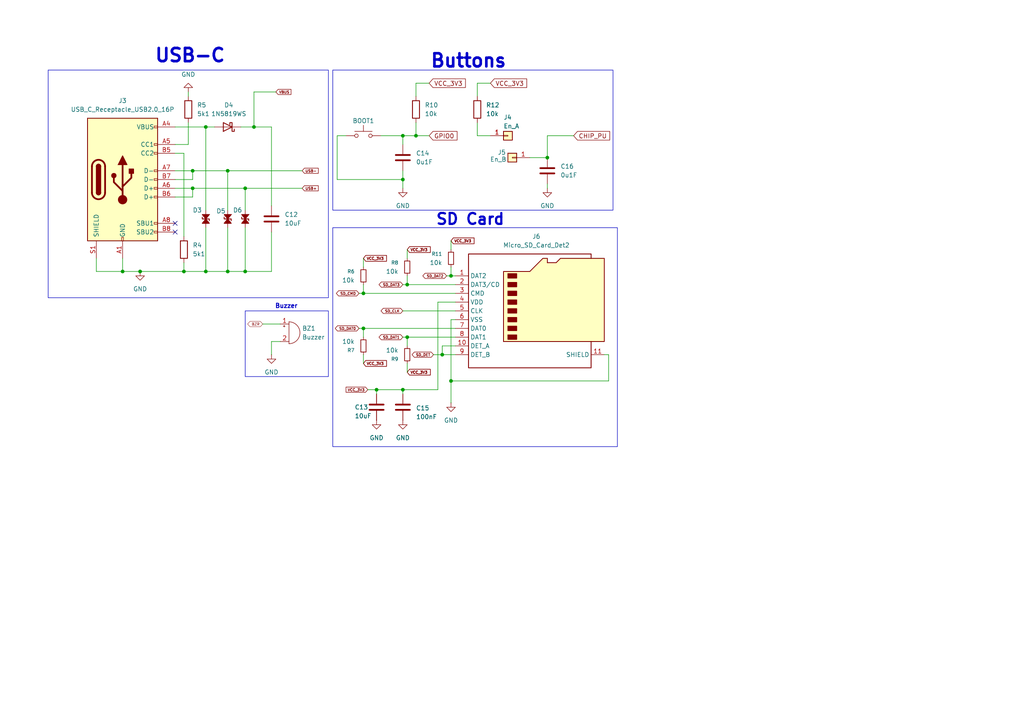
<source format=kicad_sch>
(kicad_sch (version 20250114) (generator "eeschema") (generator_version "9.0")
  (paper "A4")
  (lib_symbols
    (symbol "Connector:Micro_SD_Card_Det2"
      (property "Reference" "J" (at -16.51 17.78 0))
      (property "Value" "Micro_SD_Card_Det2" (at 16.51 17.78 0))
      (symbol "Micro_SD_Card_Det2_0_1"
        (polyline (pts (xy -8.89 -8.89) (xy -8.89 11.43) (xy -1.27 11.43) (xy 2.54 15.24) (xy 3.81 15.24) (xy 3.81 13.97) (xy 6.35 13.97) (xy 7.62 15.24) (xy 20.32 15.24) (xy 20.32 -8.89) (xy -8.89 -8.89)) (stroke (width 0.254)) (fill (type background)))
        (rectangle (start -7.62 10.795) (end -5.08 9.525) (stroke (width 0.254)) (fill (type outline)))
        (rectangle (start -7.62 8.255) (end -5.08 6.985) (stroke (width 0.254)) (fill (type outline)))
        (rectangle (start -7.62 5.715) (end -5.08 4.445) (stroke (width 0.254)) (fill (type outline)))
        (rectangle (start -7.62 3.175) (end -5.08 1.905) (stroke (width 0.254)) (fill (type outline)))
        (rectangle (start -7.62 0.635) (end -5.08 -0.635) (stroke (width 0.254)) (fill (type outline)))
        (rectangle (start -7.62 -1.905) (end -5.08 -3.175) (stroke (width 0.254)) (fill (type outline)))
        (rectangle (start -7.62 -4.445) (end -5.08 -5.715) (stroke (width 0.254)) (fill (type outline)))
        (rectangle (start -7.62 -6.985) (end -5.08 -8.255) (stroke (width 0.254)) (fill (type outline)))
        (polyline (pts (xy 16.51 15.24) (xy 16.51 16.51) (xy -19.05 16.51) (xy -19.05 -16.51) (xy 16.51 -16.51) (xy 16.51 -8.89)) (stroke (width 0.254)))
      )
      (symbol "Micro_SD_Card_Det2_1_1"
        (pin bidirectional line (at -22.86 10.16 0) (length 3.81) (name "DAT2") (number "1"))
        (pin bidirectional line (at -22.86 7.62 0) (length 3.81) (name "DAT3/CD") (number "2"))
        (pin input line (at -22.86 5.08 0) (length 3.81) (name "CMD") (number "3"))
        (pin power_in line (at -22.86 2.54 0) (length 3.81) (name "VDD") (number "4"))
        (pin input line (at -22.86 0 0) (length 3.81) (name "CLK") (number "5"))
        (pin power_in line (at -22.86 -2.54 0) (length 3.81) (name "VSS") (number "6"))
        (pin bidirectional line (at -22.86 -5.08 0) (length 3.81) (name "DAT0") (number "7"))
        (pin bidirectional line (at -22.86 -7.62 0) (length 3.81) (name "DAT1") (number "8"))
        (pin passive line (at -22.86 -10.16 0) (length 3.81) (name "DET_A") (number "10"))
        (pin passive line (at -22.86 -12.7 0) (length 3.81) (name "DET_B") (number "9"))
        (pin passive line (at 20.32 -12.7 180) (length 3.81) (name "SHIELD") (number "11"))
      )
    )
    (symbol "Connector:USB_C_Receptacle_USB2.0_16P" (pin_names (offset 1.016))
      (property "Reference" "J" (at 0 22.225 0))
      (property "Value" "USB_C_Receptacle_USB2.0_16P" (at 0 19.685 0))
      (symbol "USB_C_Receptacle_USB2.0_16P_0_0"
        (rectangle (start -0.254 -17.78) (end 0.254 -16.764))
        (rectangle (start 10.16 15.494) (end 9.144 14.986))
        (rectangle (start 10.16 10.414) (end 9.144 9.906))
        (rectangle (start 10.16 7.874) (end 9.144 7.366))
        (rectangle (start 10.16 2.794) (end 9.144 2.286))
        (rectangle (start 10.16 0.254) (end 9.144 -0.254))
        (rectangle (start 10.16 -2.286) (end 9.144 -2.794))
        (rectangle (start 10.16 -4.826) (end 9.144 -5.334))
        (rectangle (start 10.16 -12.446) (end 9.144 -12.954))
        (rectangle (start 10.16 -14.986) (end 9.144 -15.494))
      )
      (symbol "USB_C_Receptacle_USB2.0_16P_0_1"
        (rectangle (start -10.16 17.78) (end 10.16 -17.78) (stroke (width 0.254)) (fill (type background)))
        (polyline (pts (xy -8.89 -3.81) (xy -8.89 3.81)) (stroke (width 0.508)))
        (rectangle (start -7.62 -3.81) (end -6.35 3.81) (stroke (width 0.254)) (fill (type outline)))
        (arc (start -7.62 3.81) (mid -6.985 4.4423) (end -6.35 3.81) (stroke (width 0.254)))
        (arc (start -7.62 3.81) (mid -6.985 4.4423) (end -6.35 3.81) (stroke (width 0.254)) (fill (type outline)))
        (arc (start -8.89 3.81) (mid -6.985 5.7067) (end -5.08 3.81) (stroke (width 0.508)))
        (arc (start -5.08 -3.81) (mid -6.985 -5.7067) (end -8.89 -3.81) (stroke (width 0.508)))
        (arc (start -6.35 -3.81) (mid -6.985 -4.4423) (end -7.62 -3.81) (stroke (width 0.254)))
        (arc (start -6.35 -3.81) (mid -6.985 -4.4423) (end -7.62 -3.81) (stroke (width 0.254)) (fill (type outline)))
        (polyline (pts (xy -5.08 3.81) (xy -5.08 -3.81)) (stroke (width 0.508)))
        (circle (center -2.54 1.143) (radius 0.635) (stroke (width 0.254)) (fill (type outline)))
        (polyline (pts (xy -1.27 4.318) (xy 0 6.858) (xy 1.27 4.318) (xy -1.27 4.318)) (stroke (width 0.254)) (fill (type outline)))
        (polyline (pts (xy 0 -2.032) (xy 2.54 0.508) (xy 2.54 1.778)) (stroke (width 0.508)))
        (polyline (pts (xy 0 -3.302) (xy -2.54 -0.762) (xy -2.54 0.508)) (stroke (width 0.508)))
        (polyline (pts (xy 0 -5.842) (xy 0 4.318)) (stroke (width 0.508)))
        (circle (center 0 -5.842) (radius 1.27) (fill (type outline)))
        (rectangle (start 1.905 1.778) (end 3.175 3.048) (stroke (width 0.254)) (fill (type outline)))
      )
      (symbol "USB_C_Receptacle_USB2.0_16P_1_1"
        (pin passive line (at -7.62 -22.86 90) (length 5.08) (name "SHIELD") (number "S1"))
        (pin passive line (at 0 -22.86 90) (length 5.08) (name "GND") (number "A1"))
        (pin passive line (at 0 -22.86 90) (length 5.08) (hide yes) (name "GND") (number "A12"))
        (pin passive line (at 0 -22.86 90) (length 5.08) (hide yes) (name "GND") (number "B1"))
        (pin passive line (at 0 -22.86 90) (length 5.08) (hide yes) (name "GND") (number "B12"))
        (pin passive line (at 15.24 15.24 180) (length 5.08) (name "VBUS") (number "A4"))
        (pin passive line (at 15.24 15.24 180) (length 5.08) (hide yes) (name "VBUS") (number "A9"))
        (pin passive line (at 15.24 15.24 180) (length 5.08) (hide yes) (name "VBUS") (number "B4"))
        (pin passive line (at 15.24 15.24 180) (length 5.08) (hide yes) (name "VBUS") (number "B9"))
        (pin bidirectional line (at 15.24 10.16 180) (length 5.08) (name "CC1") (number "A5"))
        (pin bidirectional line (at 15.24 7.62 180) (length 5.08) (name "CC2") (number "B5"))
        (pin bidirectional line (at 15.24 2.54 180) (length 5.08) (name "D-") (number "A7"))
        (pin bidirectional line (at 15.24 0 180) (length 5.08) (name "D-") (number "B7"))
        (pin bidirectional line (at 15.24 -2.54 180) (length 5.08) (name "D+") (number "A6"))
        (pin bidirectional line (at 15.24 -5.08 180) (length 5.08) (name "D+") (number "B6"))
        (pin bidirectional line (at 15.24 -12.7 180) (length 5.08) (name "SBU1") (number "A8"))
        (pin bidirectional line (at 15.24 -15.24 180) (length 5.08) (name "SBU2") (number "B8"))
      )
    )
    (symbol "Connector_Generic:Conn_01x01" (pin_names (offset 1.016) (hide yes))
      (property "Reference" "J" (at 0 2.54 0))
      (property "Value" "Conn_01x01" (at 0 -2.54 0))
      (symbol "Conn_01x01_1_1"
        (rectangle (start -1.27 1.27) (end 1.27 -1.27) (stroke (width 0.254)) (fill (type background)))
        (rectangle (start -1.27 0.127) (end 0 -0.127) (stroke (width 0.1524)))
        (pin passive line (at -5.08 0 0) (length 3.81) (name "Pin_1") (number "1"))
      )
    )
    (symbol "Device:Buzzer" (pin_names (offset 0.0254) (hide yes))
      (property "Reference" "BZ" (at 3.81 1.27 0))
      (property "Value" "Buzzer" (at 3.81 -1.27 0))
      (symbol "Buzzer_0_1"
        (polyline (pts (xy -1.651 1.905) (xy -1.143 1.905)))
        (polyline (pts (xy -1.397 2.159) (xy -1.397 1.651)))
        (arc (start 0 3.175) (mid 3.1612 0) (end 0 -3.175))
        (polyline (pts (xy 0 3.175) (xy 0 -3.175)))
      )
      (symbol "Buzzer_1_1"
        (pin passive line (at -2.54 2.54 0) (length 2.54) (name "+") (number "1"))
        (pin passive line (at -2.54 -2.54 0) (length 2.54) (name "-") (number "2"))
      )
    )
    (symbol "Device:C" (pin_numbers (hide yes)) (pin_names (offset 0.254))
      (property "Reference" "C" (at 0.635 2.54 0))
      (property "Value" "C" (at 0.635 -2.54 0))
      (symbol "C_0_1"
        (polyline (pts (xy -2.032 0.762) (xy 2.032 0.762)) (stroke (width 0.508)))
        (polyline (pts (xy -2.032 -0.762) (xy 2.032 -0.762)) (stroke (width 0.508)))
      )
      (symbol "C_1_1"
        (pin passive line (at 0 3.81 270) (length 2.794) (name "~") (number "1"))
        (pin passive line (at 0 -3.81 90) (length 2.794) (name "~") (number "2"))
      )
    )
    (symbol "Device:D_TVS_Small_Filled" (pin_numbers (hide yes)) (pin_names (offset 1.016) (hide yes))
      (property "Reference" "D" (at 0 2.54 0))
      (property "Value" "D_TVS_Small_Filled" (at 0 -2.54 0))
      (symbol "D_TVS_Small_Filled_0_1"
        (polyline (pts (xy -1.27 0) (xy 1.27 0)))
        (polyline (pts (xy 0.508 1.016) (xy 0 1.016) (xy 0 -1.016) (xy -0.508 -1.016)) (stroke (width 0.254)))
      )
      (symbol "D_TVS_Small_Filled_1_1"
        (polyline (pts (xy -1.27 1.016) (xy -1.27 -1.016) (xy 0 0) (xy -1.27 1.016)) (stroke (width 0.254)) (fill (type outline)))
        (polyline (pts (xy 0 0) (xy 1.27 1.016) (xy 1.27 -1.016) (xy 0 0)) (stroke (width 0.254)) (fill (type outline)))
        (pin passive line (at -2.54 0 0) (length 1.27) (name "A1") (number "1"))
        (pin passive line (at 2.54 0 180) (length 1.27) (name "A2") (number "2"))
      )
    )
    (symbol "Device:R" (pin_numbers (hide yes)) (pin_names (offset 0))
      (property "Reference" "R" (at 2.032 0 90))
      (property "Value" "R" (at 0 0 90))
      (symbol "R_0_1"
        (rectangle (start -1.016 -2.54) (end 1.016 2.54) (stroke (width 0.254)))
      )
      (symbol "R_1_1"
        (pin passive line (at 0 3.81 270) (length 1.27) (name "~") (number "1"))
        (pin passive line (at 0 -3.81 90) (length 1.27) (name "~") (number "2"))
      )
    )
    (symbol "Device:R_Small" (pin_numbers (hide yes)) (pin_names (offset 0.254) (hide yes))
      (property "Reference" "R" (at 0 0 90))
      (property "Value" "R_Small" (at 1.778 0 90))
      (symbol "R_Small_0_1"
        (rectangle (start -0.762 1.778) (end 0.762 -1.778) (stroke (width 0.2032)))
      )
      (symbol "R_Small_1_1"
        (pin passive line (at 0 2.54 270) (length 0.762) (name "~") (number "1"))
        (pin passive line (at 0 -2.54 90) (length 0.762) (name "~") (number "2"))
      )
    )
    (symbol "Diode:1N5819WS" (pin_numbers (hide yes)) (pin_names (offset 1.016) (hide yes))
      (property "Reference" "D" (at 0 2.54 0))
      (property "Value" "1N5819WS" (at 0 -2.54 0))
      (symbol "1N5819WS_0_1"
        (polyline (pts (xy -1.905 0.635) (xy -1.905 1.27) (xy -1.27 1.27) (xy -1.27 -1.27) (xy -0.635 -1.27) (xy -0.635 -0.635)) (stroke (width 0.254)))
        (polyline (pts (xy 1.27 1.27) (xy 1.27 -1.27) (xy -1.27 0) (xy 1.27 1.27)) (stroke (width 0.254)))
        (polyline (pts (xy 1.27 0) (xy -1.27 0)))
      )
      (symbol "1N5819WS_1_1"
        (pin passive line (at -3.81 0 0) (length 2.54) (name "K") (number "1"))
        (pin passive line (at 3.81 0 180) (length 2.54) (name "A") (number "2"))
      )
    )
    (symbol "Switch:SW_Push" (pin_numbers (hide yes)) (pin_names (offset 1.016) (hide yes))
      (property "Reference" "SW" (at 1.27 2.54 0))
      (property "Value" "SW_Push" (at 0 -1.524 0))
      (symbol "SW_Push_0_1"
        (circle (center -2.032 0) (radius 0.508))
        (polyline (pts (xy 0 1.27) (xy 0 3.048)))
        (circle (center 2.032 0) (radius 0.508))
        (polyline (pts (xy 2.54 1.27) (xy -2.54 1.27)))
        (pin passive line (at -5.08 0 0) (length 2.54) (name "1") (number "1"))
        (pin passive line (at 5.08 0 180) (length 2.54) (name "2") (number "2"))
      )
    )
    (symbol "power:GND" (power) (pin_numbers (hide yes)) (pin_names (offset 0) (hide yes))
      (property "Value" "GND" (at 0 -3.81 0))
      (symbol "GND_0_1"
        (polyline (pts (xy 0 0) (xy 0 -1.27) (xy 1.27 -1.27) (xy 0 -2.54) (xy -1.27 -1.27) (xy 0 -1.27)))
      )
      (symbol "GND_1_1"
        (pin power_in line (at 0 0 270) (length 0) (name "~") (number "1"))
      )
    )
  )
  (rectangle (start 71.12 90.17) (end 95.25 109.22))
  (rectangle (start 96.52 20.32) (end 177.8 60.96))
  (rectangle (start 13.97 20.32) (end 95.25 86.36))
  (rectangle (start 96.52 66.04) (end 179.07 129.54))
  (text "USB-C" (at 55.118 16.256 0) (effects (font (size 3.81 3.81) (thickness 0.762) (bold yes))))
  (text "Buzzer" (at 83.058 88.9 0) (effects (font (size 1.27 1.27) (thickness 0.254) (bold yes))))
  (text "SD Card" (at 136.398 63.754 0) (effects (font (size 3.175 3.175) (thickness 0.635) (bold yes))))
  (text "Buttons" (at 135.89 17.78 0) (effects (font (size 3.81 3.81) (thickness 0.762) (bold yes))))
  (junction (at 118.11 97.79))
  (junction (at 73.66 36.83))
  (junction (at 55.88 49.53))
  (junction (at 158.75 45.72))
  (junction (at 40.64 78.74))
  (junction (at 71.12 54.61))
  (junction (at 120.65 39.37))
  (junction (at 66.04 78.74))
  (junction (at 118.11 82.55))
  (junction (at 71.12 78.74))
  (junction (at 130.81 110.49))
  (junction (at 53.34 78.74))
  (junction (at 105.41 85.09))
  (junction (at 59.69 36.83))
  (junction (at 128.27 102.87))
  (junction (at 116.84 39.37))
  (junction (at 116.84 113.03))
  (junction (at 59.69 78.74))
  (junction (at 130.81 80.01))
  (junction (at 35.56 78.74))
  (junction (at 105.41 95.25))
  (junction (at 116.84 52.07))
  (junction (at 109.22 113.03))
  (junction (at 55.88 54.61))
  (junction (at 66.04 49.53))
  (no_connect (at 50.8 64.77))
  (no_connect (at 50.8 67.31))
  (wire (pts (xy 132.08 100.33) (xy 128.27 100.33)))
  (wire (pts (xy 97.79 39.37) (xy 97.79 52.07)))
  (wire (pts (xy 53.34 44.45) (xy 50.8 44.45)))
  (wire (pts (xy 80.01 26.67) (xy 73.66 26.67)))
  (wire (pts (xy 116.84 52.07) (xy 116.84 54.61)))
  (wire (pts (xy 59.69 66.04) (xy 59.69 78.74)))
  (wire (pts (xy 66.04 66.04) (xy 66.04 78.74)))
  (wire (pts (xy 104.14 85.09) (xy 105.41 85.09)))
  (wire (pts (xy 71.12 66.04) (xy 71.12 78.74)))
  (wire (pts (xy 105.41 82.55) (xy 105.41 85.09)))
  (wire (pts (xy 55.88 49.53) (xy 55.88 52.07)))
  (wire (pts (xy 105.41 97.79) (xy 105.41 95.25)))
  (wire (pts (xy 66.04 49.53) (xy 66.04 60.96)))
  (wire (pts (xy 55.88 54.61) (xy 50.8 54.61)))
  (wire (pts (xy 130.81 92.71) (xy 132.08 92.71)))
  (wire (pts (xy 71.12 54.61) (xy 71.12 60.96)))
  (wire (pts (xy 59.69 36.83) (xy 59.69 60.96)))
  (wire (pts (xy 54.61 41.91) (xy 50.8 41.91)))
  (wire (pts (xy 116.84 82.55) (xy 118.11 82.55)))
  (wire (pts (xy 53.34 78.74) (xy 59.69 78.74)))
  (wire (pts (xy 40.64 78.74) (xy 53.34 78.74)))
  (wire (pts (xy 71.12 54.61) (xy 55.88 54.61)))
  (wire (pts (xy 27.94 78.74) (xy 27.94 74.93)))
  (wire (pts (xy 55.88 57.15) (xy 55.88 54.61)))
  (wire (pts (xy 153.67 45.72) (xy 158.75 45.72)))
  (wire (pts (xy 78.74 36.83) (xy 73.66 36.83)))
  (wire (pts (xy 118.11 97.79) (xy 132.08 97.79)))
  (wire (pts (xy 76.2 93.98) (xy 81.28 93.98)))
  (wire (pts (xy 54.61 26.67) (xy 54.61 27.94)))
  (wire (pts (xy 59.69 78.74) (xy 66.04 78.74)))
  (wire (pts (xy 53.34 68.58) (xy 53.34 44.45)))
  (wire (pts (xy 125.73 102.87) (xy 128.27 102.87)))
  (wire (pts (xy 118.11 100.33) (xy 118.11 97.79)))
  (wire (pts (xy 81.28 99.06) (xy 78.74 99.06)))
  (wire (pts (xy 106.68 113.03) (xy 109.22 113.03)))
  (wire (pts (xy 35.56 74.93) (xy 35.56 78.74)))
  (wire (pts (xy 176.53 102.87) (xy 176.53 110.49)))
  (wire (pts (xy 132.08 87.63) (xy 127 87.63)))
  (wire (pts (xy 97.79 52.07) (xy 116.84 52.07)))
  (wire (pts (xy 130.81 80.01) (xy 132.08 80.01)))
  (wire (pts (xy 78.74 78.74) (xy 78.74 67.31)))
  (wire (pts (xy 55.88 49.53) (xy 50.8 49.53)))
  (wire (pts (xy 53.34 76.2) (xy 53.34 78.74)))
  (wire (pts (xy 54.61 35.56) (xy 54.61 41.91)))
  (wire (pts (xy 120.65 24.13) (xy 124.46 24.13)))
  (wire (pts (xy 176.53 110.49) (xy 130.81 110.49)))
  (wire (pts (xy 127 113.03) (xy 116.84 113.03)))
  (wire (pts (xy 158.75 53.34) (xy 158.75 54.61)))
  (wire (pts (xy 27.94 78.74) (xy 35.56 78.74)))
  (wire (pts (xy 35.56 78.74) (xy 40.64 78.74)))
  (wire (pts (xy 116.84 49.53) (xy 116.84 52.07)))
  (wire (pts (xy 97.79 39.37) (xy 100.33 39.37)))
  (wire (pts (xy 116.84 114.3) (xy 116.84 113.03)))
  (wire (pts (xy 118.11 82.55) (xy 132.08 82.55)))
  (wire (pts (xy 127 87.63) (xy 127 113.03)))
  (wire (pts (xy 175.26 102.87) (xy 176.53 102.87)))
  (wire (pts (xy 50.8 52.07) (xy 55.88 52.07)))
  (wire (pts (xy 66.04 78.74) (xy 71.12 78.74)))
  (wire (pts (xy 128.27 100.33) (xy 128.27 102.87)))
  (wire (pts (xy 120.65 35.56) (xy 120.65 39.37)))
  (wire (pts (xy 130.81 110.49) (xy 130.81 116.84)))
  (wire (pts (xy 104.14 95.25) (xy 105.41 95.25)))
  (wire (pts (xy 50.8 36.83) (xy 59.69 36.83)))
  (wire (pts (xy 116.84 41.91) (xy 116.84 39.37)))
  (wire (pts (xy 66.04 49.53) (xy 55.88 49.53)))
  (wire (pts (xy 109.22 113.03) (xy 116.84 113.03)))
  (wire (pts (xy 50.8 57.15) (xy 55.88 57.15)))
  (wire (pts (xy 118.11 80.01) (xy 118.11 82.55)))
  (wire (pts (xy 59.69 36.83) (xy 62.23 36.83)))
  (wire (pts (xy 130.81 69.85) (xy 130.81 72.39)))
  (wire (pts (xy 78.74 59.69) (xy 78.74 36.83)))
  (wire (pts (xy 118.11 107.95) (xy 118.11 105.41)))
  (wire (pts (xy 71.12 78.74) (xy 78.74 78.74)))
  (wire (pts (xy 129.54 80.01) (xy 130.81 80.01)))
  (wire (pts (xy 110.49 39.37) (xy 116.84 39.37)))
  (wire (pts (xy 130.81 77.47) (xy 130.81 80.01)))
  (wire (pts (xy 105.41 105.41) (xy 105.41 102.87)))
  (wire (pts (xy 138.43 39.37) (xy 142.24 39.37)))
  (wire (pts (xy 128.27 102.87) (xy 132.08 102.87)))
  (wire (pts (xy 105.41 85.09) (xy 132.08 85.09)))
  (wire (pts (xy 138.43 24.13) (xy 142.24 24.13)))
  (wire (pts (xy 138.43 27.94) (xy 138.43 24.13)))
  (wire (pts (xy 105.41 95.25) (xy 132.08 95.25)))
  (wire (pts (xy 116.84 97.79) (xy 118.11 97.79)))
  (wire (pts (xy 78.74 99.06) (xy 78.74 102.87)))
  (wire (pts (xy 87.63 54.61) (xy 71.12 54.61)))
  (wire (pts (xy 130.81 92.71) (xy 130.81 110.49)))
  (wire (pts (xy 109.22 113.03) (xy 109.22 114.3)))
  (wire (pts (xy 120.65 39.37) (xy 124.46 39.37)))
  (wire (pts (xy 120.65 27.94) (xy 120.65 24.13)))
  (wire (pts (xy 87.63 49.53) (xy 66.04 49.53)))
  (wire (pts (xy 116.84 90.17) (xy 132.08 90.17)))
  (wire (pts (xy 105.41 74.93) (xy 105.41 77.47)))
  (wire (pts (xy 138.43 35.56) (xy 138.43 39.37)))
  (wire (pts (xy 73.66 36.83) (xy 69.85 36.83)))
  (wire (pts (xy 73.66 26.67) (xy 73.66 36.83)))
  (wire (pts (xy 116.84 39.37) (xy 120.65 39.37)))
  (wire (pts (xy 158.75 39.37) (xy 166.37 39.37)))
  (wire (pts (xy 158.75 45.72) (xy 158.75 39.37)))
  (wire (pts (xy 118.11 72.39) (xy 118.11 74.93)))
  (global_label "SD_DET" (shape bidirectional) (at 125.73 102.87 180) (effects (font (size 0.762 0.762))) (property "Intersheetrefs" "${INTERSHEET_REFS}" (effects (hide yes))))
  (global_label "SD_CLK" (shape bidirectional) (at 116.84 90.17 180) (effects (font (size 0.762 0.762))) (property "Intersheetrefs" "${INTERSHEET_REFS}" (effects (hide yes))))
  (global_label "VCC_3V3" (shape input) (at 142.24 24.13 0) (property "Intersheetrefs" "${INTERSHEET_REFS}" (effects (hide yes))))
  (global_label "VCC_3V3" (shape input) (at 118.11 72.39 0) (effects (font (size 0.762 0.762) (thickness 0.254) (bold yes))) (property "Intersheetrefs" "${INTERSHEET_REFS}" (effects (hide yes))))
  (global_label "VCC_3V3" (shape input) (at 130.81 69.85 0) (effects (font (size 0.762 0.762) (thickness 0.254) (bold yes))) (property "Intersheetrefs" "${INTERSHEET_REFS}" (effects (hide yes))))
  (global_label "SD_CMD" (shape bidirectional) (at 104.14 85.09 180) (effects (font (size 0.762 0.762))) (property "Intersheetrefs" "${INTERSHEET_REFS}" (effects (hide yes))))
  (global_label "SD_DAT2" (shape bidirectional) (at 129.54 80.01 180) (effects (font (size 0.762 0.762))) (property "Intersheetrefs" "${INTERSHEET_REFS}" (effects (hide yes))))
  (global_label "USB-" (shape input) (at 87.63 49.53 0) (effects (font (size 0.762 0.762))) (property "Intersheetrefs" "${INTERSHEET_REFS}" (effects (hide yes))))
  (global_label "CHIP_PU" (shape input) (at 166.37 39.37 0) (property "Intersheetrefs" "${INTERSHEET_REFS}" (effects (hide yes))))
  (global_label "SD_DAT3" (shape bidirectional) (at 116.84 82.55 180) (effects (font (size 0.762 0.762))) (property "Intersheetrefs" "${INTERSHEET_REFS}" (effects (hide yes))))
  (global_label "VCC_3V3" (shape input) (at 124.46 24.13 0) (property "Intersheetrefs" "${INTERSHEET_REFS}" (effects (hide yes))))
  (global_label "VCC_3V3" (shape input) (at 118.11 107.95 0) (effects (font (size 0.762 0.762) (thickness 0.254) (bold yes))) (property "Intersheetrefs" "${INTERSHEET_REFS}" (effects (hide yes))))
  (global_label "VCC_3V3" (shape input) (at 106.68 113.03 180) (effects (font (size 0.762 0.762))) (property "Intersheetrefs" "${INTERSHEET_REFS}" (effects (hide yes))))
  (global_label "VCC_3V3" (shape input) (at 105.41 105.41 0) (effects (font (size 0.762 0.762) (thickness 0.254) (bold yes))) (property "Intersheetrefs" "${INTERSHEET_REFS}" (effects (hide yes))))
  (global_label "SD_DAT0" (shape bidirectional) (at 104.14 95.25 180) (effects (font (size 0.762 0.762))) (property "Intersheetrefs" "${INTERSHEET_REFS}" (effects (hide yes))))
  (global_label "USB+" (shape input) (at 87.63 54.61 0) (effects (font (size 0.762 0.762))) (property "Intersheetrefs" "${INTERSHEET_REFS}" (effects (hide yes))))
  (global_label "BZR" (shape bidirectional) (at 76.2 93.98 180) (effects (font (size 0.762 0.762) (thickness 0.0953))) (property "Intersheetrefs" "${INTERSHEET_REFS}" (effects (hide yes))))
  (global_label "GPIO0" (shape input) (at 124.46 39.37 0) (property "Intersheetrefs" "${INTERSHEET_REFS}" (effects (hide yes))))
  (global_label "SD_DAT1" (shape bidirectional) (at 116.84 97.79 180) (effects (font (size 0.762 0.762))) (property "Intersheetrefs" "${INTERSHEET_REFS}" (effects (hide yes))))
  (global_label "VBUS" (shape input) (at 80.01 26.67 0) (effects (font (size 0.762 0.762))) (property "Intersheetrefs" "${INTERSHEET_REFS}" (effects (hide yes))))
  (global_label "VCC_3V3" (shape input) (at 105.41 74.93 0) (effects (font (size 0.762 0.762) (thickness 0.254) (bold yes))) (property "Intersheetrefs" "${INTERSHEET_REFS}" (effects (hide yes))))
  (symbol (lib_id "Device:R") (at 54.61 31.75 180) (unit 1)
    (property "Reference" "R5" (at 57.15 30.4799 0) (effects (justify right)))
    (property "Value" "5k1" (at 57.15 33.0199 0) (effects (justify right)))
    (property "Footprint" "Resistor_SMD:R_0402_1005Metric" (effects (hide yes)))
    (property "Description" "Resistor" (effects (hide yes)))
  )
  (symbol (lib_id "Connector:USB_C_Receptacle_USB2.0_16P") (at 35.56 52.07 0) (unit 1)
    (property "Reference" "J3" (at 35.56 29.21 0))
    (property "Value" "USB_C_Receptacle_USB2.0_16P" (at 35.56 31.75 0))
    (property "Footprint" "Connector_USB:USB_C_Receptacle_GCT_USB4085" (effects (hide yes)))
    (property "Datasheet" "https://www.usb.org/sites/default/files/documents/usb_type-c.zip" (effects (hide yes)))
    (property "Description" "USB 2.0-only 16P Type-C Receptacle connector" (effects (hide yes)))
  )
  (symbol (lib_id "Connector:Micro_SD_Card_Det2") (at 154.94 90.17 0) (unit 1)
    (property "Reference" "J6" (at 155.575 68.58 0))
    (property "Value" "Micro_SD_Card_Det2" (at 155.575 71.12 0))
    (property "Footprint" "Connector_Card:microSD_HC_Hirose_DM3AT-SF-PEJM5" (effects (hide yes)))
    (property "Datasheet" "https://www.hirose.com/en/product/document?clcode=&productname=&series=DM3&documenttype=Catalog&lang=en&documentid=D49662_en" (effects (hide yes)))
    (property "Description" "Micro SD Card Socket with two card detection pins" (effects (hide yes)))
  )
  (symbol (lib_id "Device:R") (at 138.43 31.75 0) (unit 1)
    (property "Reference" "R12" (at 140.97 30.4799 0) (effects (justify left)))
    (property "Value" "10k" (at 140.97 33.0199 0) (effects (justify left)))
    (property "Footprint" "Resistor_SMD:R_0603_1608Metric" (effects (hide yes)))
    (property "Description" "Resistor" (effects (hide yes)))
  )
  (symbol (lib_id "Device:Buzzer") (at 83.82 96.52 0) (unit 1)
    (property "Reference" "BZ1" (at 87.63 95.2499 0) (effects (justify left)))
    (property "Value" "Buzzer" (at 87.63 97.7899 0) (effects (justify left)))
    (property "Footprint" "Buzzer_Beeper:Buzzer_Murata_PKMCS0909E" (effects (hide yes)))
    (property "Description" "Buzzer, polarized" (effects (hide yes)))
  )
  (symbol (lib_id "Device:R_Small") (at 118.11 77.47 0) (unit 1)
    (property "Reference" "R8" (at 115.57 76.1999 0) (effects (font (size 1.016 1.016)) (justify right)))
    (property "Value" "10k" (at 115.57 78.7399 0) (effects (justify right)))
    (property "Footprint" "Resistor_SMD:R_0603_1608Metric" (effects (hide yes)))
    (property "Description" "Resistor, small symbol" (effects (hide yes)))
  )
  (symbol (lib_id "Device:C") (at 78.74 63.5 0) (unit 1)
    (property "Reference" "C12" (at 82.55 62.2299 0) (effects (justify left)))
    (property "Value" "10uF" (at 82.55 64.7699 0) (effects (justify left)))
    (property "Footprint" "Capacitor_SMD:C_0603_1608Metric" (effects (hide yes)))
    (property "Description" "Unpolarized capacitor" (effects (hide yes)))
  )
  (symbol (lib_id "Connector_Generic:Conn_01x01") (at 148.59 45.72 180) (unit 1)
    (property "Reference" "J5" (at 145.542 44.196 0))
    (property "Value" "En_B" (at 144.526 46.228 0))
    (property "Footprint" "TestPoint:TestPoint_Pad_1.5x1.5mm" (effects (hide yes)))
    (property "Description" "Generic connector, single row, 01x01, script generated (kicad-library-utils/schlib/autogen/connector/)" (effects (hide yes)))
  )
  (symbol (lib_id "Device:D_TVS_Small_Filled") (at 66.04 63.5 270) (unit 1)
    (property "Reference" "D5" (at 62.738 61.214 90) (effects (justify left)))
    (property "Value" "D_TVS_Small_Filled" (effects (hide yes)))
    (property "Footprint" "Diode_SMD:D_0603_1608Metric" (effects (hide yes)))
    (property "Description" "Bidirectional transient-voltage-suppression diode, small symbol, filled shape" (effects (hide yes)))
  )
  (symbol (lib_id "Device:R") (at 53.34 72.39 0) (unit 1)
    (property "Reference" "R4" (at 55.88 71.1199 0) (effects (justify left)))
    (property "Value" "5k1" (at 55.88 73.6599 0) (effects (justify left)))
    (property "Footprint" "Resistor_SMD:R_0402_1005Metric" (effects (hide yes)))
    (property "Description" "Resistor" (effects (hide yes)))
  )
  (symbol (lib_id "power:GND") (at 116.84 121.92 0) (unit 1)
    (property "Reference" "#PWR016" (effects (hide yes)))
    (property "Value" "GND" (at 116.84 127 0))
    (property "Description" "Power symbol creates a global label with name \"GND\" , ground" (effects (hide yes)))
  )
  (symbol (lib_id "Device:C") (at 158.75 49.53 0) (unit 1)
    (property "Reference" "C16" (at 162.56 48.2599 0) (effects (justify left)))
    (property "Value" "0u1F" (at 162.56 50.7999 0) (effects (justify left)))
    (property "Footprint" "Capacitor_SMD:C_0402_1005Metric" (effects (hide yes)))
    (property "Description" "Unpolarized capacitor" (effects (hide yes)))
  )
  (symbol (lib_id "power:GND") (at 40.64 78.74 0) (unit 1)
    (property "Reference" "#PWR011" (effects (hide yes)))
    (property "Value" "GND" (at 40.64 83.82 0))
    (property "Description" "Power symbol creates a global label with name \"GND\" , ground" (effects (hide yes)))
  )
  (symbol (lib_id "Device:R") (at 120.65 31.75 0) (unit 1)
    (property "Reference" "R10" (at 123.19 30.4799 0) (effects (justify left)))
    (property "Value" "10k" (at 123.19 33.0199 0) (effects (justify left)))
    (property "Footprint" "Resistor_SMD:R_0603_1608Metric" (effects (hide yes)))
    (property "Description" "Resistor" (effects (hide yes)))
  )
  (symbol (lib_id "Switch:SW_Push") (at 105.41 39.37 0) (unit 1)
    (property "Reference" "BOOT1" (at 105.41 35.052 0))
    (property "Value" "RESET" (effects (hide yes)))
    (property "Footprint" "Button_Switch_SMD:SW_Push_1P1T_NO_CK_KMR2" (effects (hide yes)))
    (property "Description" "Push button switch, generic, two pins" (effects (hide yes)))
  )
  (symbol (lib_id "power:GND") (at 130.81 116.84 0) (unit 1)
    (property "Reference" "#PWR017" (effects (hide yes)))
    (property "Value" "GND" (at 130.81 121.92 0))
    (property "Description" "Power symbol creates a global label with name \"GND\" , ground" (effects (hide yes)))
  )
  (symbol (lib_id "Device:D_TVS_Small_Filled") (at 59.69 63.5 270) (unit 1)
    (property "Reference" "D3" (at 55.88 60.96 90) (effects (justify left)))
    (property "Value" "D_TVS_Small_Filled" (effects (hide yes)))
    (property "Footprint" "Diode_SMD:D_0603_1608Metric" (effects (hide yes)))
    (property "Description" "Bidirectional transient-voltage-suppression diode, small symbol, filled shape" (effects (hide yes)))
  )
  (symbol (lib_id "power:GND") (at 158.75 54.61 0) (unit 1)
    (property "Reference" "#PWR018" (effects (hide yes)))
    (property "Value" "GND" (at 158.75 59.69 0))
    (property "Description" "Power symbol creates a global label with name \"GND\" , ground" (effects (hide yes)))
  )
  (symbol (lib_id "Device:R_Small") (at 105.41 80.01 0) (unit 1)
    (property "Reference" "R6" (at 102.87 78.7399 0) (effects (font (size 1.016 1.016)) (justify right)))
    (property "Value" "10k" (at 102.87 81.2799 0) (effects (justify right)))
    (property "Footprint" "Resistor_SMD:R_0603_1608Metric" (effects (hide yes)))
    (property "Description" "Resistor, small symbol" (effects (hide yes)))
  )
  (symbol (lib_id "Diode:1N5819WS") (at 66.04 36.83 180) (unit 1)
    (property "Reference" "D4" (at 66.3575 30.48 0))
    (property "Value" "1N5819WS" (at 66.3575 33.02 0))
    (property "Footprint" "Diode_SMD:D_SOD-323" (effects (hide yes)))
    (property "Datasheet" "https://datasheet.lcsc.com/lcsc/2204281430_Guangdong-Hottech-1N5819WS_C191023.pdf" (effects (hide yes)))
    (property "Description" "40V 600mV@1A 1A SOD-323 Schottky Barrier Diodes, SOD-323" (effects (hide yes)))
  )
  (symbol (lib_id "power:GND") (at 109.22 121.92 0) (unit 1)
    (property "Reference" "#PWR014" (effects (hide yes)))
    (property "Value" "GND" (at 109.22 127 0))
    (property "Description" "Power symbol creates a global label with name \"GND\" , ground" (effects (hide yes)))
  )
  (symbol (lib_id "Device:D_TVS_Small_Filled") (at 71.12 63.5 270) (unit 1)
    (property "Reference" "D6" (at 67.564 60.96 90) (effects (justify left)))
    (property "Value" "D_TVS_Small_Filled" (effects (hide yes)))
    (property "Footprint" "Diode_SMD:D_0603_1608Metric" (effects (hide yes)))
    (property "Description" "Bidirectional transient-voltage-suppression diode, small symbol, filled shape" (effects (hide yes)))
  )
  (symbol (lib_id "Device:R_Small") (at 130.81 74.93 0) (unit 1)
    (property "Reference" "R11" (at 128.27 73.6599 0) (effects (font (size 1.016 1.016)) (justify right)))
    (property "Value" "10k" (at 128.27 76.1999 0) (effects (justify right)))
    (property "Footprint" "Resistor_SMD:R_0603_1608Metric" (effects (hide yes)))
    (property "Description" "Resistor, small symbol" (effects (hide yes)))
  )
  (symbol (lib_id "power:GND") (at 54.61 26.67 180) (unit 1)
    (property "Reference" "#PWR012" (effects (hide yes)))
    (property "Value" "GND" (at 54.61 21.59 0))
    (property "Description" "Power symbol creates a global label with name \"GND\" , ground" (effects (hide yes)))
  )
  (symbol (lib_id "Device:C") (at 116.84 45.72 0) (unit 1)
    (property "Reference" "C14" (at 120.65 44.4499 0) (effects (justify left)))
    (property "Value" "0u1F" (at 120.65 46.9899 0) (effects (justify left)))
    (property "Footprint" "Capacitor_SMD:C_0402_1005Metric" (effects (hide yes)))
    (property "Description" "Unpolarized capacitor" (effects (hide yes)))
  )
  (symbol (lib_id "power:GND") (at 78.74 102.87 0) (unit 1)
    (property "Reference" "#PWR013" (effects (hide yes)))
    (property "Value" "GND" (at 78.74 107.95 0))
    (property "Description" "Power symbol creates a global label with name \"GND\" , ground" (effects (hide yes)))
  )
  (symbol (lib_id "Connector_Generic:Conn_01x01") (at 147.32 39.37 0) (unit 1)
    (property "Reference" "J4" (at 146.05 34.036 0) (effects (justify left)))
    (property "Value" "En_A" (at 146.05 36.576 0) (effects (justify left)))
    (property "Footprint" "TestPoint:TestPoint_Pad_1.5x1.5mm" (effects (hide yes)))
    (property "Description" "Generic connector, single row, 01x01, script generated (kicad-library-utils/schlib/autogen/connector/)" (effects (hide yes)))
  )
  (symbol (lib_id "Device:R_Small") (at 118.11 102.87 0) (mirror x) (unit 1)
    (property "Reference" "R9" (at 115.57 104.1401 0) (effects (font (size 1.016 1.016)) (justify right)))
    (property "Value" "10k" (at 115.57 101.6001 0) (effects (justify right)))
    (property "Footprint" "Resistor_SMD:R_0603_1608Metric" (effects (hide yes)))
    (property "Description" "Resistor, small symbol" (effects (hide yes)))
  )
  (symbol (lib_id "Device:C") (at 109.22 118.11 0) (unit 1)
    (property "Reference" "C13" (at 102.87 118.11 0) (effects (justify left)))
    (property "Value" "10uF" (at 102.87 120.65 0) (effects (justify left)))
    (property "Footprint" "Capacitor_SMD:C_0603_1608Metric" (effects (hide yes)))
    (property "Description" "Unpolarized capacitor" (effects (hide yes)))
  )
  (symbol (lib_id "Device:R_Small") (at 105.41 100.33 0) (mirror x) (unit 1)
    (property "Reference" "R7" (at 102.87 101.6001 0) (effects (font (size 1.016 1.016)) (justify right)))
    (property "Value" "10k" (at 102.87 99.0601 0) (effects (justify right)))
    (property "Footprint" "Resistor_SMD:R_0603_1608Metric" (effects (hide yes)))
    (property "Description" "Resistor, small symbol" (effects (hide yes)))
  )
  (symbol (lib_id "Device:C") (at 116.84 118.11 0) (unit 1)
    (property "Reference" "C15" (at 120.65 118.364 0) (effects (justify left)))
    (property "Value" "100nF" (at 120.65 120.904 0) (effects (justify left)))
    (property "Footprint" "Capacitor_SMD:C_0402_1005Metric" (effects (hide yes)))
    (property "Description" "Unpolarized capacitor" (effects (hide yes)))
  )
  (symbol (lib_id "power:GND") (at 116.84 54.61 0) (unit 1)
    (property "Reference" "#PWR015" (effects (hide yes)))
    (property "Value" "GND" (at 116.84 59.69 0))
    (property "Description" "Power symbol creates a global label with name \"GND\" , ground" (effects (hide yes)))
  )
)
</source>
